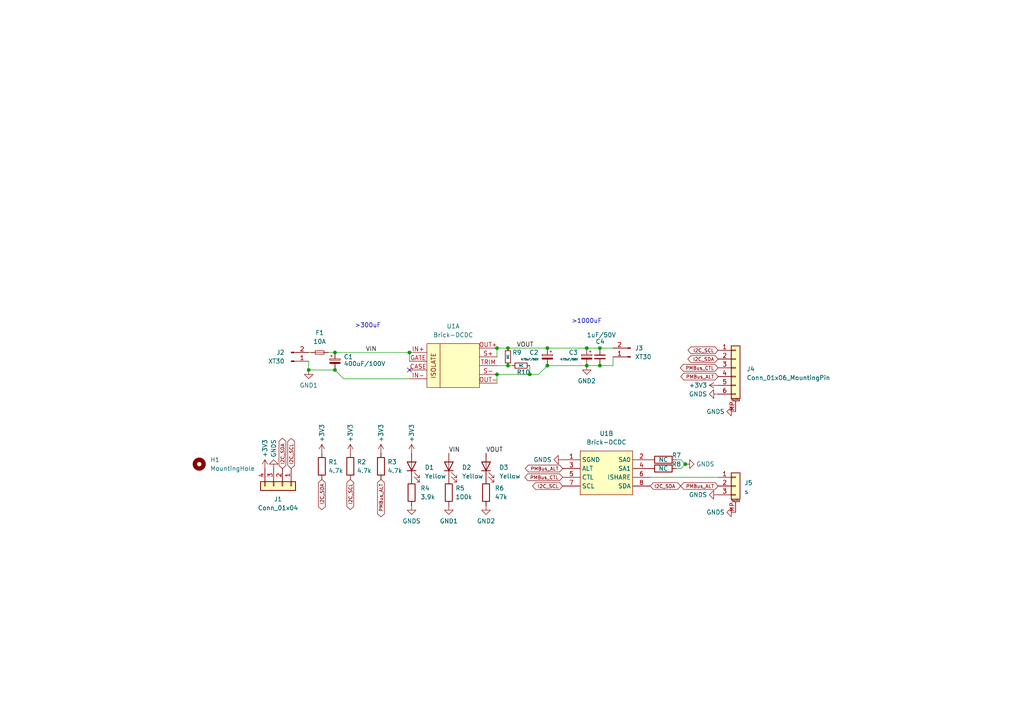
<source format=kicad_sch>
(kicad_sch (version 20211123) (generator eeschema)
  (paper "A4")
  (lib_symbols
    (symbol "Brick-DCDC_1"
      (property "Reference" "U" (at 0 -10.795 0))
      (property "Value" "Brick-DCDC_1" (at 0 -8.255 0))
      (symbol "Brick-DCDC_1_0_1"
        (rectangle (start -7.62 6.35) (end 7.62 -6.35) (stroke (width 0.1524)) (fill (type background)))
      )
      (symbol "Brick-DCDC_1_1_1"
        (pin passive line (at -12.729 -1.2762 0) (length 5.08) (name "") (number "CASE"))
        (pin passive line (at -12.7 1.27 0) (length 5.08) (name "") (number "GATE"))
        (pin passive line (at -12.7 3.81 0) (length 5.08) (name "") (number "IN+"))
        (pin passive line (at -12.7 -3.81 0) (length 5.08) (name "") (number "IN-"))
        (pin passive line (at 12.7 3.81 180) (length 5.08) (name "") (number "OUT+"))
        (pin passive line (at 12.7 -3.81 180) (length 5.08) (name "") (number "OUT-"))
        (pin passive line (at 12.7 1.27 180) (length 5.08) (name "") (number "S+"))
        (pin passive line (at 12.7 -1.27 180) (length 5.08) (name "") (number "S-"))
      )
      (symbol "Brick-DCDC_1_2_1"
        (pin passive line (at -12.7 3.81 0) (length 5.08) (name "SGND") (number "1"))
        (pin passive line (at 12.7 3.81 180) (length 5.08) (name "SA0") (number "2"))
        (pin passive line (at -12.7 1.27 0) (length 5.08) (name "ALT") (number "3"))
        (pin passive line (at 12.7 1.27 180) (length 5.08) (name "SA1") (number "4"))
        (pin passive line (at -12.7 -1.27 0) (length 5.08) (name "CTL") (number "5"))
        (pin passive line (at 12.7 -1.27 180) (length 5.08) (name "ISHARE") (number "6"))
        (pin passive line (at -12.7 -3.81 0) (length 5.08) (name "SCL") (number "7"))
        (pin passive line (at 12.7 -3.81 180) (length 5.08) (name "SDA") (number "8"))
      )
    )
    (symbol "Connector:Conn_01x02_Male" (pin_names (offset 1.016) hide)
      (property "Reference" "J" (at 0 2.54 0))
      (property "Value" "Conn_01x02_Male" (at 0 -5.08 0))
      (symbol "Conn_01x02_Male_1_1"
        (polyline (pts (xy 1.27 -2.54) (xy 0.8636 -2.54)) (stroke (width 0.1524)))
        (polyline (pts (xy 1.27 0) (xy 0.8636 0)) (stroke (width 0.1524)))
        (rectangle (start 0.8636 -2.413) (end 0 -2.667) (stroke (width 0.1524)) (fill (type outline)))
        (rectangle (start 0.8636 0.127) (end 0 -0.127) (stroke (width 0.1524)) (fill (type outline)))
        (pin passive line (at 5.08 0 180) (length 3.81) (name "Pin_1") (number "1"))
        (pin passive line (at 5.08 -2.54 180) (length 3.81) (name "Pin_2") (number "2"))
      )
    )
    (symbol "Connector_Generic:Conn_01x04" (pin_names (offset 1.016) hide)
      (property "Reference" "J" (at 0 5.08 0))
      (property "Value" "Conn_01x04" (at 0 -7.62 0))
      (symbol "Conn_01x04_1_1"
        (rectangle (start -1.27 -4.953) (end 0 -5.207) (stroke (width 0.1524)))
        (rectangle (start -1.27 -2.413) (end 0 -2.667) (stroke (width 0.1524)))
        (rectangle (start -1.27 0.127) (end 0 -0.127) (stroke (width 0.1524)))
        (rectangle (start -1.27 2.667) (end 0 2.413) (stroke (width 0.1524)))
        (rectangle (start -1.27 3.81) (end 1.27 -6.35) (stroke (width 0.254)) (fill (type background)))
        (pin passive line (at -5.08 2.54 0) (length 3.81) (name "Pin_1") (number "1"))
        (pin passive line (at -5.08 0 0) (length 3.81) (name "Pin_2") (number "2"))
        (pin passive line (at -5.08 -2.54 0) (length 3.81) (name "Pin_3") (number "3"))
        (pin passive line (at -5.08 -5.08 0) (length 3.81) (name "Pin_4") (number "4"))
      )
    )
    (symbol "Connector_Generic_MountingPin:Conn_01x03_MountingPin" (pin_names (offset 1.016) hide)
      (property "Reference" "J" (at 0 5.08 0))
      (property "Value" "Conn_01x03_MountingPin" (at 1.27 -5.08 0))
      (symbol "Conn_01x03_MountingPin_1_1"
        (rectangle (start -1.27 -2.413) (end 0 -2.667) (stroke (width 0.1524)))
        (rectangle (start -1.27 0.127) (end 0 -0.127) (stroke (width 0.1524)))
        (rectangle (start -1.27 2.667) (end 0 2.413) (stroke (width 0.1524)))
        (rectangle (start -1.27 3.81) (end 1.27 -3.81) (stroke (width 0.254)) (fill (type background)))
        (polyline (pts (xy -1.016 -4.572) (xy 1.016 -4.572)) (stroke (width 0.1524)))
        (text "Mounting" (at 0 -4.191 0) (effects (font (size 0.381 0.381))))
        (pin passive line (at -5.08 2.54 0) (length 3.81) (name "Pin_1") (number "1"))
        (pin passive line (at -5.08 0 0) (length 3.81) (name "Pin_2") (number "2"))
        (pin passive line (at -5.08 -2.54 0) (length 3.81) (name "Pin_3") (number "3"))
        (pin passive line (at 0 -7.62 90) (length 3.048) (name "MountPin") (number "MP"))
      )
    )
    (symbol "Connector_Generic_MountingPin:Conn_01x06_MountingPin" (pin_names (offset 1.016) hide)
      (property "Reference" "J" (at 0 7.62 0))
      (property "Value" "Conn_01x06_MountingPin" (at 1.27 -10.16 0))
      (symbol "Conn_01x06_MountingPin_1_1"
        (rectangle (start -1.27 -7.493) (end 0 -7.747) (stroke (width 0.1524)))
        (rectangle (start -1.27 -4.953) (end 0 -5.207) (stroke (width 0.1524)))
        (rectangle (start -1.27 -2.413) (end 0 -2.667) (stroke (width 0.1524)))
        (rectangle (start -1.27 0.127) (end 0 -0.127) (stroke (width 0.1524)))
        (rectangle (start -1.27 2.667) (end 0 2.413) (stroke (width 0.1524)))
        (rectangle (start -1.27 5.207) (end 0 4.953) (stroke (width 0.1524)))
        (rectangle (start -1.27 6.35) (end 1.27 -8.89) (stroke (width 0.254)) (fill (type background)))
        (polyline (pts (xy -1.016 -9.652) (xy 1.016 -9.652)) (stroke (width 0.1524)))
        (text "Mounting" (at 0 -9.271 0) (effects (font (size 0.381 0.381))))
        (pin passive line (at -5.08 5.08 0) (length 3.81) (name "Pin_1") (number "1"))
        (pin passive line (at -5.08 2.54 0) (length 3.81) (name "Pin_2") (number "2"))
        (pin passive line (at -5.08 0 0) (length 3.81) (name "Pin_3") (number "3"))
        (pin passive line (at -5.08 -2.54 0) (length 3.81) (name "Pin_4") (number "4"))
        (pin passive line (at -5.08 -5.08 0) (length 3.81) (name "Pin_5") (number "5"))
        (pin passive line (at -5.08 -7.62 0) (length 3.81) (name "Pin_6") (number "6"))
        (pin passive line (at 0 -12.7 90) (length 3.048) (name "MountPin") (number "MP"))
      )
    )
    (symbol "Device:C_Polarized_Small" (pin_numbers hide) (pin_names (offset 0.254) hide)
      (property "Reference" "C" (at 0.254 1.778 0))
      (property "Value" "C_Polarized_Small" (at 0.254 -2.032 0))
      (symbol "C_Polarized_Small_0_1"
        (rectangle (start -1.524 -0.3048) (end 1.524 -0.6858) (fill (type outline)))
        (rectangle (start -1.524 0.6858) (end 1.524 0.3048))
        (polyline (pts (xy -1.27 1.524) (xy -0.762 1.524)))
        (polyline (pts (xy -1.016 1.27) (xy -1.016 1.778)))
      )
      (symbol "C_Polarized_Small_1_1"
        (pin passive line (at 0 2.54 270) (length 1.8542) (name "~") (number "1"))
        (pin passive line (at 0 -2.54 90) (length 1.8542) (name "~") (number "2"))
      )
    )
    (symbol "Device:C_Small" (pin_numbers hide) (pin_names (offset 0.254) hide)
      (property "Reference" "C" (at 0.254 1.778 0))
      (property "Value" "C_Small" (at 0.254 -2.032 0))
      (symbol "C_Small_0_1"
        (polyline (pts (xy -1.524 -0.508) (xy 1.524 -0.508)) (stroke (width 0.3302)))
        (polyline (pts (xy -1.524 0.508) (xy 1.524 0.508)) (stroke (width 0.3048)))
      )
      (symbol "C_Small_1_1"
        (pin passive line (at 0 2.54 270) (length 2.032) (name "~") (number "1"))
        (pin passive line (at 0 -2.54 90) (length 2.032) (name "~") (number "2"))
      )
    )
    (symbol "Device:Fuse_Small" (pin_numbers hide) (pin_names (offset 0.254) hide)
      (property "Reference" "F" (at 0 -1.524 0))
      (property "Value" "Fuse_Small" (at 0 1.524 0))
      (symbol "Fuse_Small_0_1"
        (rectangle (start -1.27 0.508) (end 1.27 -0.508))
        (polyline (pts (xy -1.27 0) (xy 1.27 0)))
      )
      (symbol "Fuse_Small_1_1"
        (pin passive line (at -2.54 0 0) (length 1.27) (name "~") (number "1"))
        (pin passive line (at 2.54 0 180) (length 1.27) (name "~") (number "2"))
      )
    )
    (symbol "Device:LED" (pin_numbers hide) (pin_names (offset 1.016) hide)
      (property "Reference" "D" (at 0 2.54 0))
      (property "Value" "LED" (at 0 -2.54 0))
      (symbol "LED_0_1"
        (polyline (pts (xy -1.27 -1.27) (xy -1.27 1.27)) (stroke (width 0.254)))
        (polyline (pts (xy -1.27 0) (xy 1.27 0)))
        (polyline (pts (xy 1.27 -1.27) (xy 1.27 1.27) (xy -1.27 0) (xy 1.27 -1.27)) (stroke (width 0.254)))
        (polyline (pts (xy -3.048 -0.762) (xy -4.572 -2.286) (xy -3.81 -2.286) (xy -4.572 -2.286) (xy -4.572 -1.524)))
        (polyline (pts (xy -1.778 -0.762) (xy -3.302 -2.286) (xy -2.54 -2.286) (xy -3.302 -2.286) (xy -3.302 -1.524)))
      )
      (symbol "LED_1_1"
        (pin passive line (at -3.81 0 0) (length 2.54) (name "K") (number "1"))
        (pin passive line (at 3.81 0 180) (length 2.54) (name "A") (number "2"))
      )
    )
    (symbol "Device:R" (pin_numbers hide) (pin_names (offset 0))
      (property "Reference" "R" (at 2.032 0 90))
      (property "Value" "R" (at 0 0 90))
      (symbol "R_0_1"
        (rectangle (start -1.016 -2.54) (end 1.016 2.54) (stroke (width 0.254)))
      )
      (symbol "R_1_1"
        (pin passive line (at 0 3.81 270) (length 1.27) (name "~") (number "1"))
        (pin passive line (at 0 -3.81 90) (length 1.27) (name "~") (number "2"))
      )
    )
    (symbol "Device:R_Small" (pin_numbers hide) (pin_names (offset 0.254) hide)
      (property "Reference" "R" (at 0.762 0.508 0))
      (property "Value" "R_Small" (at 0.762 -1.016 0))
      (symbol "R_Small_0_1"
        (rectangle (start -0.762 1.778) (end 0.762 -1.778) (stroke (width 0.2032)))
      )
      (symbol "R_Small_1_1"
        (pin passive line (at 0 2.54 270) (length 0.762) (name "~") (number "1"))
        (pin passive line (at 0 -2.54 90) (length 0.762) (name "~") (number "2"))
      )
    )
    (symbol "Mechanical:MountingHole" (pin_names (offset 1.016))
      (property "Reference" "H" (at 0 5.08 0))
      (property "Value" "MountingHole" (at 0 3.175 0))
      (symbol "MountingHole_0_1"
        (circle (center 0 0) (radius 1.27) (stroke (width 1.27)))
      )
    )
    (symbol "alex's:Brick-DCDC"
      (property "Reference" "U" (at 0 -10.795 0))
      (property "Value" "Brick-DCDC" (at 0 -8.255 0))
      (symbol "Brick-DCDC_0_0"
        (text "ISOLATE" (at -5.715 0 900) (effects (font (size 1.27 1.27))))
      )
      (symbol "Brick-DCDC_0_1"
        (rectangle (start -7.62 6.35) (end 7.62 -6.35) (stroke (width 0.1524)) (fill (type background)))
      )
      (symbol "Brick-DCDC_1_1"
        (polyline (pts (xy -3.81 6.35) (xy -3.81 -6.35)) (stroke (width 0.1524)))
        (pin passive line (at -12.7 -1.27 0) (length 5.08) (name "") (number "CASE"))
        (pin passive line (at -12.7 1.27 0) (length 5.08) (name "") (number "GATE"))
        (pin passive line (at -12.7 3.81 0) (length 5.08) (name "") (number "IN+"))
        (pin passive line (at -12.7 -3.81 0) (length 5.08) (name "") (number "IN-"))
        (pin passive line (at 12.7 5.08 180) (length 5.08) (name "") (number "OUT+"))
        (pin passive line (at 12.7 -5.08 180) (length 5.08) (name "") (number "OUT-"))
        (pin passive line (at 12.7 2.54 180) (length 5.08) (name "") (number "S+"))
        (pin passive line (at 12.7 -2.54 180) (length 5.08) (name "") (number "S-"))
        (pin passive line (at 12.7 0 180) (length 5.08) (name "") (number "TRIM"))
      )
      (symbol "Brick-DCDC_2_1"
        (pin passive line (at -12.7 3.81 0) (length 5.08) (name "SGND") (number "1"))
        (pin passive line (at 12.7 3.81 180) (length 5.08) (name "SA0") (number "2"))
        (pin passive line (at -12.7 1.27 0) (length 5.08) (name "ALT") (number "3"))
        (pin passive line (at 12.7 1.27 180) (length 5.08) (name "SA1") (number "4"))
        (pin passive line (at -12.7 -1.27 0) (length 5.08) (name "CTL") (number "5"))
        (pin passive line (at 12.7 -1.27 180) (length 5.08) (name "ISHARE") (number "6"))
        (pin passive line (at -12.7 -3.81 0) (length 5.08) (name "SCL") (number "7"))
        (pin passive line (at 12.7 -3.81 180) (length 5.08) (name "SDA") (number "8"))
      )
    )
    (symbol "power:+3V3" (power) (pin_names (offset 0))
      (property "Value" "+3V3" (at 0 3.556 0))
      (symbol "+3V3_0_1"
        (polyline (pts (xy -0.762 1.27) (xy 0 2.54)))
        (polyline (pts (xy 0 0) (xy 0 2.54)))
        (polyline (pts (xy 0 2.54) (xy 0.762 1.27)))
      )
      (symbol "+3V3_1_1"
        (pin power_in line (at 0 0 90) (length 0) hide (name "+3V3") (number "1"))
      )
    )
    (symbol "power:GND1" (power) (pin_names (offset 0))
      (property "Value" "GND1" (at 0 -3.81 0))
      (symbol "GND1_0_1"
        (polyline (pts (xy 0 0) (xy 0 -1.27) (xy 1.27 -1.27) (xy 0 -2.54) (xy -1.27 -1.27) (xy 0 -1.27)))
      )
      (symbol "GND1_1_1"
        (pin power_in line (at 0 0 270) (length 0) hide (name "GND1") (number "1"))
      )
    )
    (symbol "power:GND2" (power) (pin_names (offset 0))
      (property "Value" "GND2" (at 0 -3.81 0))
      (symbol "GND2_0_1"
        (polyline (pts (xy 0 0) (xy 0 -1.27) (xy 1.27 -1.27) (xy 0 -2.54) (xy -1.27 -1.27) (xy 0 -1.27)))
      )
      (symbol "GND2_1_1"
        (pin power_in line (at 0 0 270) (length 0) hide (name "GND2") (number "1"))
      )
    )
    (symbol "power:GNDS" (power) (pin_names (offset 0))
      (property "Value" "GNDS" (at 0 -3.81 0))
      (symbol "GNDS_0_1"
        (polyline (pts (xy 0 0) (xy 0 -1.27) (xy 1.27 -1.27) (xy 0 -2.54) (xy -1.27 -1.27) (xy 0 -1.27)))
      )
      (symbol "GNDS_1_1"
        (pin power_in line (at 0 0 270) (length 0) hide (name "GNDS") (number "1"))
      )
    )
  )
  (junction (at 97.155 102.235))
  (junction (at 158.75 106.045))
  (junction (at 147.32 100.965))
  (junction (at 198.755 134.62))
  (junction (at 118.745 102.235))
  (junction (at 170.18 106.045))
  (junction (at 158.75 100.965))
  (junction (at 144.145 100.965))
  (junction (at 144.145 108.585))
  (junction (at 147.32 106.045))
  (junction (at 173.99 106.045))
  (junction (at 89.535 107.315))
  (junction (at 173.99 100.965))
  (junction (at 153.67 108.585))
  (junction (at 97.155 107.315))
  (junction (at 170.18 100.965))
  (no_connect (at 118.745 107.315))
  (wire (pts (xy 173.99 106.045) (xy 177.8 106.045)))
  (wire (pts (xy 144.145 108.585) (xy 144.145 111.125)))
  (wire (pts (xy 153.67 106.045) (xy 153.67 108.585)))
  (wire (pts (xy 89.535 102.235) (xy 90.17 102.235)))
  (wire (pts (xy 173.99 100.965) (xy 177.8 100.965)))
  (wire (pts (xy 97.155 102.235) (xy 118.745 102.235)))
  (wire (pts (xy 144.145 108.585) (xy 153.67 108.585)))
  (wire (pts (xy 153.67 108.585) (xy 156.21 108.585)))
  (wire (pts (xy 147.32 106.045) (xy 144.145 106.045)))
  (wire (pts (xy 170.18 106.045) (xy 173.99 106.045)))
  (wire (pts (xy 118.745 109.855) (xy 99.695 109.855)))
  (wire (pts (xy 197.485 135.89) (xy 196.215 135.89)))
  (wire (pts (xy 156.21 108.585) (xy 158.75 106.045)))
  (wire (pts (xy 158.75 100.965) (xy 170.18 100.965)))
  (wire (pts (xy 188.595 138.43) (xy 208.28 138.43)))
  (wire (pts (xy 198.755 134.62) (xy 197.485 135.89)))
  (wire (pts (xy 97.155 107.315) (xy 89.535 107.315)))
  (wire (pts (xy 197.485 133.35) (xy 198.755 134.62)))
  (wire (pts (xy 177.8 103.505) (xy 177.8 106.045)))
  (wire (pts (xy 158.75 106.045) (xy 170.18 106.045)))
  (wire (pts (xy 118.745 104.775) (xy 118.745 102.235)))
  (wire (pts (xy 89.535 107.315) (xy 89.535 104.775)))
  (wire (pts (xy 148.59 106.045) (xy 147.32 106.045)))
  (wire (pts (xy 170.18 100.965) (xy 173.99 100.965)))
  (wire (pts (xy 196.215 133.35) (xy 197.485 133.35)))
  (wire (pts (xy 147.32 100.965) (xy 158.75 100.965)))
  (wire (pts (xy 144.145 100.965) (xy 147.32 100.965)))
  (wire (pts (xy 99.695 109.855) (xy 97.155 107.315)))
  (wire (pts (xy 95.25 102.235) (xy 97.155 102.235)))
  (wire (pts (xy 144.145 103.505) (xy 144.145 100.965)))
  (text ">300uF" (at 102.87 95.25 0) (effects (font (size 1.27 1.27)) (justify left bottom)))
  (text ">1000uF" (at 165.735 93.98 0) (effects (font (size 1.27 1.27)) (justify left bottom)))
  (label "VOUT" (at 149.86 100.965 0))
  (label "VIN" (at 130.175 131.445 0))
  (label "VOUT" (at 140.97 131.445 0))
  (label "VIN" (at 106.045 102.235 0))
  (global_label "PMBus_ALT" (shape bidirectional) (at 208.28 109.22 180) (effects (font (size 1 1))) (property "Intersheet References" "${INTERSHEET_REFS}" (effects hide)))
  (global_label "I2C_SCL" (shape bidirectional) (at 84.455 135.89 90) (effects (font (size 1 1))) (property "Intersheet References" "${INTERSHEET_REFS}" (effects hide)))
  (global_label "I2C_SCL" (shape bidirectional) (at 101.6 139.065 270) (effects (font (size 1 1))) (property "Intersheet References" "${INTERSHEET_REFS}" (effects hide)))
  (global_label "PMBus_ALT" (shape bidirectional) (at 163.195 135.89 180) (effects (font (size 1 1))) (property "Intersheet References" "${INTERSHEET_REFS}" (effects hide)))
  (global_label "PMBus_CTL" (shape bidirectional) (at 163.195 138.43 180) (effects (font (size 1 1))) (property "Intersheet References" "${INTERSHEET_REFS}" (effects hide)))
  (global_label "I2C_SDA" (shape bidirectional) (at 81.915 135.89 90) (effects (font (size 1 1))) (property "Intersheet References" "${INTERSHEET_REFS}" (effects hide)))
  (global_label "PMBus_ALT" (shape bidirectional) (at 110.49 139.065 270) (effects (font (size 1 1))) (property "Intersheet References" "${INTERSHEET_REFS}" (effects hide)))
  (global_label "I2C_SDA" (shape bidirectional) (at 188.595 140.97 0) (effects (font (size 1 1))) (property "Intersheet References" "${INTERSHEET_REFS}" (effects hide)))
  (global_label "I2C_SCL" (shape bidirectional) (at 208.28 101.6 180) (effects (font (size 1 1))) (property "Intersheet References" "${INTERSHEET_REFS}" (effects hide)))
  (global_label "PMBus_CTL" (shape bidirectional) (at 208.28 106.68 180) (effects (font (size 1 1))) (property "Intersheet References" "${INTERSHEET_REFS}" (effects hide)))
  (global_label "PMBus_ALT" (shape bidirectional) (at 208.28 140.97 180) (effects (font (size 1 1))) (property "Intersheet References" "${INTERSHEET_REFS}" (effects hide)))
  (global_label "I2C_SCL" (shape bidirectional) (at 163.195 140.97 180) (effects (font (size 1 1))) (property "Intersheet References" "${INTERSHEET_REFS}" (effects hide)))
  (global_label "I2C_SDA" (shape bidirectional) (at 93.345 139.065 270) (effects (font (size 1 1))) (property "Intersheet References" "${INTERSHEET_REFS}" (effects hide)))
  (global_label "I2C_SDA" (shape bidirectional) (at 208.28 104.14 180) (effects (font (size 1 1))) (property "Intersheet References" "${INTERSHEET_REFS}" (effects hide)))
  (symbol (lib_id "power:+3V3") (at 101.6 131.445 0) (mirror y) (unit 1)
    (property "Reference" "#PWR0109" (effects hide))
    (property "Value" "+3V3" (at 101.5999 128.27 90) (effects (justify left)))
  )
  (symbol (lib_id "Device:R_Small") (at 147.32 103.505 180) (unit 1)
    (property "Reference" "R9" (at 148.59 102.235 0) (effects (justify right)))
    (property "Value" "NC" (at 147.32 104.14 90) (effects (font (size 0.6 0.6)) (justify right)))
    (property "Footprint" "Resistor_SMD:R_0603_1608Metric" (effects hide))
  )
  (symbol (lib_id "power:GND2") (at 170.18 106.045 0) (unit 1)
    (property "Reference" "#PWR0114" (effects hide))
    (property "Value" "GND2" (at 170.18 110.49 0))
  )
  (symbol (lib_id "power:GNDS") (at 208.28 114.3 270) (unit 1)
    (property "Reference" "#PWR0110" (effects hide))
    (property "Value" "GNDS" (at 205.105 114.2999 90) (effects (justify right)))
  )
  (symbol (lib_id "power:+3V3") (at 76.835 135.89 0) (mirror y) (unit 1)
    (property "Reference" "#PWR0104" (effects hide))
    (property "Value" "+3V3" (at 76.8349 132.715 90) (effects (justify left)))
  )
  (symbol (lib_id "Connector_Generic_MountingPin:Conn_01x03_MountingPin") (at 213.36 140.97 0) (unit 1)
    (property "Reference" "J5" (at 215.9 140.0555 0) (effects (justify left)))
    (property "Value" "s" (at 215.9 142.5955 0) (effects (justify left)))
    (property "Footprint" "Connector_Molex:Molex_CLIK-Mate_502382-0370_1x03-1MP_P1.25mm_Vertical" (effects hide))
  )
  (symbol (lib_id "Device:Fuse_Small") (at 92.71 102.235 0) (unit 1)
    (property "Reference" "F1" (at 92.71 96.52 0))
    (property "Value" "10A" (at 92.71 99.06 0))
    (property "Footprint" "Fuse:Fuse_2512_6332Metric" (effects hide))
  )
  (symbol (lib_id "Device:C_Small") (at 173.99 103.505 0) (unit 1)
    (property "Reference" "C4" (at 172.72 99.06 0) (effects (justify left)))
    (property "Value" "1uF/50V" (at 170.18 97.155 0) (effects (justify left)))
    (property "Footprint" "Capacitor_SMD:C_0805_2012Metric" (effects hide))
  )
  (symbol (lib_id "Device:C_Polarized_Small") (at 170.18 103.505 0) (mirror y) (unit 1)
    (property "Reference" "C3" (at 167.64 102.235 0) (effects (justify left)))
    (property "Value" "470uF/50V" (at 167.64 104.2288 0) (effects (font (size 0.6 0.6)) (justify left)))
    (property "Footprint" "Capacitor_THT:C_Disc_D5.0mm_W2.5mm_P5.00mm" (effects hide))
  )
  (symbol (lib_id "power:GNDS") (at 119.38 146.685 0) (unit 1)
    (property "Reference" "#PWR0103" (effects hide))
    (property "Value" "GNDS" (at 119.38 151.13 0))
  )
  (symbol (lib_id "Device:LED") (at 119.38 135.255 90) (unit 1)
    (property "Reference" "D1" (at 123.19 135.5724 90) (effects (justify right)))
    (property "Value" "Yellow" (at 123.19 138.1124 90) (effects (justify right)))
    (property "Footprint" "LED_SMD:LED_0603_1608Metric" (effects hide))
  )
  (symbol (lib_id "Device:LED") (at 140.97 135.255 90) (unit 1)
    (property "Reference" "D3" (at 144.78 135.5724 90) (effects (justify right)))
    (property "Value" "Yellow" (at 144.78 138.1124 90) (effects (justify right)))
    (property "Footprint" "LED_SMD:LED_0603_1608Metric" (effects hide))
  )
  (symbol (lib_id "Device:R") (at 93.345 135.255 0) (unit 1)
    (property "Reference" "R1" (at 95.25 133.9849 0) (effects (justify left)))
    (property "Value" "4.7k" (at 95.25 136.5249 0) (effects (justify left)))
    (property "Footprint" "Resistor_SMD:R_0603_1608Metric" (effects hide))
  )
  (symbol (lib_id "power:+3V3") (at 110.49 131.445 0) (mirror y) (unit 1)
    (property "Reference" "#PWR0102" (effects hide))
    (property "Value" "+3V3" (at 110.4899 128.27 90) (effects (justify left)))
  )
  (symbol (lib_id "Connector_Generic_MountingPin:Conn_01x06_MountingPin") (at 213.36 106.68 0) (unit 1)
    (property "Reference" "J4" (at 216.535 107.0355 0) (effects (justify left)))
    (property "Value" "Conn_01x06_MountingPin" (at 216.535 109.5755 0) (effects (justify left)))
    (property "Footprint" "Connector_Molex:Molex_CLIK-Mate_502382-0670_1x06-1MP_P1.25mm_Vertical" (effects hide))
  )
  (symbol (lib_id "Device:R") (at 101.6 135.255 0) (unit 1)
    (property "Reference" "R2" (at 103.505 133.9849 0) (effects (justify left)))
    (property "Value" "4.7k" (at 103.505 136.5249 0) (effects (justify left)))
    (property "Footprint" "Resistor_SMD:R_0603_1608Metric" (effects hide))
  )
  (symbol (lib_id "power:GNDS") (at 208.28 143.51 270) (unit 1)
    (property "Reference" "#PWR0113" (effects hide))
    (property "Value" "GNDS" (at 205.105 143.51 90) (effects (justify right)))
  )
  (symbol (lib_id "power:GNDS") (at 163.195 133.35 270) (unit 1)
    (property "Reference" "#PWR0115" (effects hide))
    (property "Value" "GNDS" (at 160.02 133.35 90) (effects (justify right)))
  )
  (symbol (lib_id "Device:R_Small") (at 151.13 106.045 90) (unit 1)
    (property "Reference" "R10" (at 149.86 107.95 90) (effects (justify right)))
    (property "Value" "NC" (at 150.495 106.045 90) (effects (font (size 0.6 0.6)) (justify right)))
    (property "Footprint" "Resistor_SMD:R_0603_1608Metric" (effects hide))
  )
  (symbol (lib_id "power:+3V3") (at 119.38 131.445 0) (mirror y) (unit 1)
    (property "Reference" "#PWR0101" (effects hide))
    (property "Value" "+3V3" (at 119.3799 128.27 90) (effects (justify left)))
  )
  (symbol (lib_id "power:GNDS") (at 213.36 148.59 270) (unit 1)
    (property "Reference" "#PWR0117" (effects hide))
    (property "Value" "GNDS" (at 210.185 148.59 90) (effects (justify right)))
  )
  (symbol (lib_id "Device:R") (at 192.405 133.35 90) (unit 1)
    (property "Reference" "R7" (at 196.215 132.08 90))
    (property "Value" "NC" (at 192.405 133.35 90))
    (property "Footprint" "Resistor_SMD:R_0603_1608Metric" (effects hide))
  )
  (symbol (lib_id "Connector:Conn_01x02_Male") (at 84.455 104.775 0) (mirror x) (unit 1)
    (property "Reference" "J2" (at 82.55 102.2349 0) (effects (justify right)))
    (property "Value" "XT30" (at 82.55 104.7749 0) (effects (justify right)))
    (property "Footprint" "Connector_AMASS:AMASS_XT30PW-M_1x02_P2.50mm_Horizontal" (effects hide))
  )
  (symbol (lib_name "Brick-DCDC_1") (lib_id "alex's:Brick-DCDC") (at 175.895 137.16 0) (unit 2)
    (property "Reference" "U1" (at 175.895 125.73 0))
    (property "Value" "Brick-DCDC" (at 175.895 128.27 0))
    (property "Footprint" "alex's:Quarter-Brick-PMBus" (effects hide))
  )
  (symbol (lib_id "power:GND1") (at 130.175 146.685 0) (unit 1)
    (property "Reference" "#PWR0106" (effects hide))
    (property "Value" "GND1" (at 130.175 151.13 0))
  )
  (symbol (lib_id "Device:R") (at 192.405 135.89 270) (unit 1)
    (property "Reference" "R8" (at 196.215 134.62 90))
    (property "Value" "NC" (at 192.405 135.89 90))
    (property "Footprint" "Resistor_SMD:R_0603_1608Metric" (effects hide))
  )
  (symbol (lib_id "power:GND2") (at 140.97 146.685 0) (unit 1)
    (property "Reference" "#PWR0107" (effects hide))
    (property "Value" "GND2" (at 140.97 151.13 0))
  )
  (symbol (lib_id "Device:R") (at 110.49 135.255 0) (unit 1)
    (property "Reference" "R3" (at 112.395 133.9849 0) (effects (justify left)))
    (property "Value" "4.7k" (at 112.395 136.5249 0) (effects (justify left)))
    (property "Footprint" "Resistor_SMD:R_0603_1608Metric" (effects hide))
  )
  (symbol (lib_id "power:GNDS") (at 213.36 119.38 270) (unit 1)
    (property "Reference" "#PWR0118" (effects hide))
    (property "Value" "GNDS" (at 210.185 119.3799 90) (effects (justify right)))
  )
  (symbol (lib_id "Connector_Generic:Conn_01x04") (at 81.915 140.97 270) (unit 1)
    (property "Reference" "J1" (at 80.645 144.78 90))
    (property "Value" "Conn_01x04" (at 80.645 147.32 90))
    (property "Footprint" "Connector_PinSocket_2.54mm:PinSocket_1x04_P2.54mm_Vertical" (effects hide))
  )
  (symbol (lib_id "Connector:Conn_01x02_Male") (at 182.88 103.505 180) (unit 1)
    (property "Reference" "J3" (at 184.15 100.9649 0) (effects (justify right)))
    (property "Value" "XT30" (at 184.15 103.5049 0) (effects (justify right)))
    (property "Footprint" "Connector_AMASS:AMASS_XT30PW-M_1x02_P2.50mm_Horizontal" (effects hide))
  )
  (symbol (lib_id "alex's:Brick-DCDC") (at 131.445 106.045 0) (unit 1)
    (property "Reference" "U1" (at 131.445 94.615 0))
    (property "Value" "Brick-DCDC" (at 131.445 97.155 0))
    (property "Footprint" "alex's:Quarter-Brick-PMBus" (effects hide))
  )
  (symbol (lib_id "power:+3V3") (at 93.345 131.445 0) (mirror y) (unit 1)
    (property "Reference" "#PWR0108" (effects hide))
    (property "Value" "+3V3" (at 93.3449 128.27 90) (effects (justify left)))
  )
  (symbol (lib_id "power:GNDS") (at 198.755 134.62 90) (unit 1)
    (property "Reference" "#PWR0112" (effects hide))
    (property "Value" "GNDS" (at 201.93 134.62 90) (effects (justify right)))
  )
  (symbol (lib_id "Mechanical:MountingHole") (at 57.785 134.62 0) (unit 1)
    (property "Reference" "H1" (at 60.96 133.3499 0) (effects (justify left)))
    (property "Value" "MountingHole" (at 60.96 135.8899 0) (effects (justify left)))
    (property "Footprint" "MountingHole:MountingHole_2.5mm" (effects hide))
  )
  (symbol (lib_id "Device:C_Polarized_Small") (at 158.75 103.505 0) (mirror y) (unit 1)
    (property "Reference" "C2" (at 156.21 102.235 0) (effects (justify left)))
    (property "Value" "470uF/50V" (at 156.21 104.2288 0) (effects (font (size 0.6 0.6)) (justify left)))
    (property "Footprint" "Capacitor_THT:C_Disc_D5.0mm_W2.5mm_P5.00mm" (effects hide))
  )
  (symbol (lib_id "Device:R") (at 140.97 142.875 0) (unit 1)
    (property "Reference" "R6" (at 143.51 141.6049 0) (effects (justify left)))
    (property "Value" "47k" (at 143.51 144.1449 0) (effects (justify left)))
    (property "Footprint" "Resistor_SMD:R_0603_1608Metric" (effects hide))
  )
  (symbol (lib_id "power:GNDS") (at 79.375 135.89 0) (mirror x) (unit 1)
    (property "Reference" "#PWR0105" (effects hide))
    (property "Value" "GNDS" (at 79.3749 132.715 90) (effects (justify right)))
  )
  (symbol (lib_id "Device:C_Polarized_Small") (at 97.155 104.775 0) (unit 1)
    (property "Reference" "C1" (at 99.695 103.505 0) (effects (justify left)))
    (property "Value" "400uF/100V" (at 99.695 105.4988 0) (effects (justify left)))
    (property "Footprint" "Capacitor_THT:C_Disc_D5.0mm_W2.5mm_P5.00mm" (effects hide))
  )
  (symbol (lib_id "power:GND1") (at 89.535 107.315 0) (unit 1)
    (property "Reference" "#PWR0116" (effects hide))
    (property "Value" "GND1" (at 89.535 111.76 0))
  )
  (symbol (lib_id "Device:R") (at 130.175 142.875 0) (unit 1)
    (property "Reference" "R5" (at 132.08 141.6049 0) (effects (justify left)))
    (property "Value" "100k" (at 132.08 144.1449 0) (effects (justify left)))
    (property "Footprint" "Resistor_SMD:R_0603_1608Metric" (effects hide))
  )
  (symbol (lib_id "Device:R") (at 119.38 142.875 0) (unit 1)
    (property "Reference" "R4" (at 121.92 141.6049 0) (effects (justify left)))
    (property "Value" "3.9k" (at 121.92 144.1449 0) (effects (justify left)))
    (property "Footprint" "Resistor_SMD:R_0603_1608Metric" (effects hide))
  )
  (symbol (lib_id "power:+3V3") (at 208.28 111.76 90) (unit 1)
    (property "Reference" "#PWR0111" (effects hide))
    (property "Value" "+3V3" (at 205.105 111.7599 90) (effects (justify left)))
  )
  (symbol (lib_id "Device:LED") (at 130.175 135.255 90) (unit 1)
    (property "Reference" "D2" (at 133.985 135.5724 90) (effects (justify right)))
    (property "Value" "Yellow" (at 133.985 138.1124 90) (effects (justify right)))
    (property "Footprint" "LED_SMD:LED_0603_1608Metric" (effects hide))
  )
)
</source>
